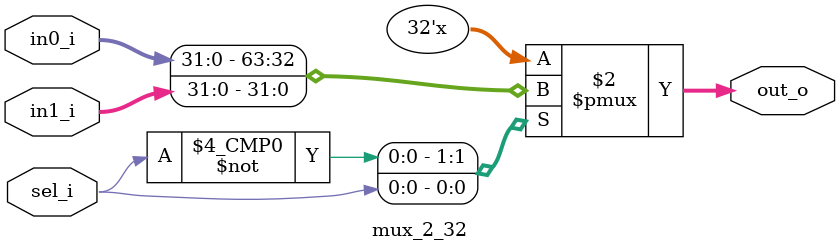
<source format=v>
`timescale 1ns / 1ps



module mux_2_32(
    input [31:0]in0_i,
    input [31:0]in1_i,
    input sel_i,
    output reg [31:0]out_o
    );
        
    always @ (in0_i or in1_i or sel_i) begin 
    case(sel_i)
    1'b0: 
        out_o = in0_i;
    1'b1: 
        out_o = in1_i;
    endcase
    end
    
endmodule

</source>
